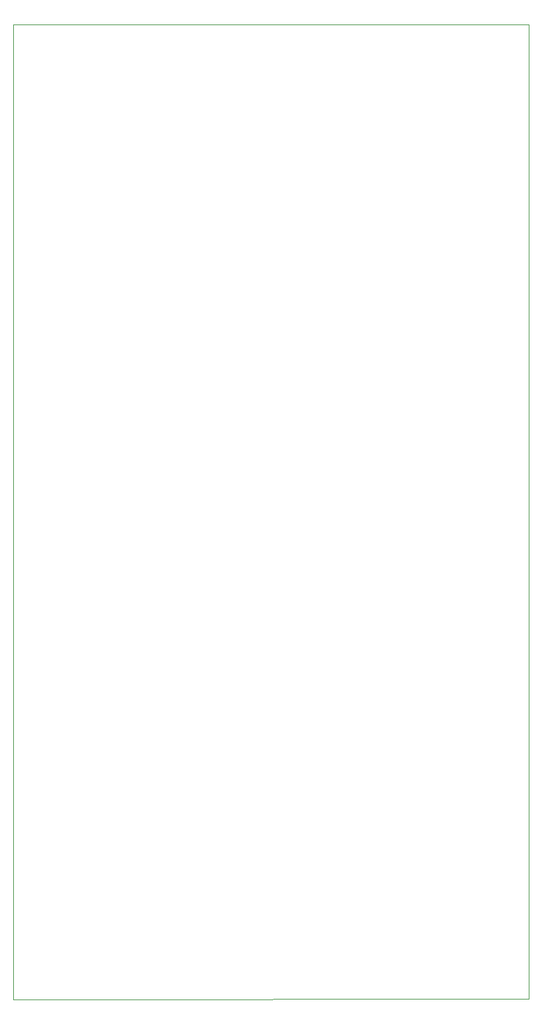
<source format=gm1>
G04 #@! TF.GenerationSoftware,KiCad,Pcbnew,5.1.10*
G04 #@! TF.CreationDate,2021-07-20T09:34:09+02:00*
G04 #@! TF.ProjectId,MEV_board,4d45565f-626f-4617-9264-2e6b69636164,rev?*
G04 #@! TF.SameCoordinates,Original*
G04 #@! TF.FileFunction,Profile,NP*
%FSLAX46Y46*%
G04 Gerber Fmt 4.6, Leading zero omitted, Abs format (unit mm)*
G04 Created by KiCad (PCBNEW 5.1.10) date 2021-07-20 09:34:09*
%MOMM*%
%LPD*%
G01*
G04 APERTURE LIST*
G04 #@! TA.AperFunction,Profile*
%ADD10C,0.050000*%
G04 #@! TD*
G04 APERTURE END LIST*
D10*
X93660000Y-41400000D02*
X159660000Y-41400000D01*
X93660000Y-166100000D02*
X93660000Y-41400000D01*
X159660000Y-166000000D02*
X93660000Y-166100000D01*
X159660000Y-41400000D02*
X159660000Y-166000000D01*
M02*

</source>
